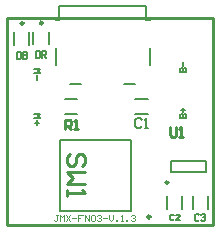
<source format=gto>
G04*
G04 #@! TF.GenerationSoftware,Altium Limited,Altium Designer,22.5.1 (42)*
G04*
G04 Layer_Color=65535*
%FSLAX44Y44*%
%MOMM*%
G71*
G04*
G04 #@! TF.SameCoordinates,58EBD81C-6F45-4402-977D-F62170CEE2AC*
G04*
G04*
G04 #@! TF.FilePolarity,Positive*
G04*
G01*
G75*
%ADD10C,0.2500*%
%ADD11C,0.2000*%
%ADD12C,0.1500*%
%ADD13C,0.2540*%
%ADD14C,0.1000*%
%ADD15C,0.1540*%
D10*
X121680Y6910D02*
G03*
X121680Y6910I-1250J0D01*
G01*
X30361Y171083D02*
G03*
X30361Y171083I-1250J0D01*
G01*
X14200Y170730D02*
G03*
X14200Y170730I-1250J0D01*
G01*
X136920Y36030D02*
G03*
X136920Y36030I-1250J0D01*
G01*
D11*
X44930Y11910D02*
X104930D01*
X44930Y71910D02*
X104930D01*
X44930Y11910D02*
Y71910D01*
X104930Y11910D02*
Y71910D01*
X22111Y153333D02*
Y163333D01*
X36111Y153333D02*
Y163333D01*
X6353Y151980D02*
Y162980D01*
X18950Y151980D02*
Y162980D01*
X135990Y13550D02*
Y24550D01*
X148490Y13550D02*
Y24550D01*
X108990Y94080D02*
X119990D01*
X108990Y106580D02*
X119990D01*
X157580Y13550D02*
Y24550D01*
X170080Y13550D02*
Y24550D01*
X49360Y106580D02*
X59860D01*
X49360Y94080D02*
X59860D01*
X138670Y45030D02*
Y54030D01*
X168670Y45030D02*
Y54030D01*
X138670Y45030D02*
X168670D01*
X138670Y54030D02*
X168670D01*
X24746Y146982D02*
Y141744D01*
X27365D01*
X28238Y142617D01*
Y146109D01*
X27365Y146982D01*
X24746D01*
X29984Y141744D02*
Y146982D01*
X32603D01*
X33476Y146109D01*
Y144363D01*
X32603Y143490D01*
X29984D01*
X31730D02*
X33476Y141744D01*
X8335Y146129D02*
Y140891D01*
X10954D01*
X11827Y141764D01*
Y145256D01*
X10954Y146129D01*
X8335D01*
X13573D02*
Y140891D01*
X16192D01*
X17065Y141764D01*
Y142637D01*
X16192Y143510D01*
X13573D01*
X16192D01*
X17065Y144383D01*
Y145256D01*
X16192Y146129D01*
X13573D01*
D12*
X53780Y119400D02*
X63280D01*
X99280D02*
X108780D01*
X41280Y135400D02*
Y149900D01*
X121280Y135400D02*
Y149900D01*
X41280Y173400D02*
X44280D01*
Y185400D01*
X118280D01*
Y173400D02*
Y185400D01*
Y173400D02*
X121280D01*
D13*
X0Y0D02*
Y175000D01*
X175000D01*
Y0D02*
Y175000D01*
X0Y0D02*
X175000D01*
X138178Y82739D02*
Y76074D01*
X139511Y74741D01*
X142177D01*
X143510Y76074D01*
Y82739D01*
X146176Y74741D02*
X148842D01*
X147509D01*
Y82739D01*
X146176Y81406D01*
X63498Y49528D02*
X66038Y52067D01*
Y57145D01*
X63498Y59684D01*
X60959D01*
X58420Y57145D01*
Y52067D01*
X55881Y49528D01*
X53342D01*
X50802Y52067D01*
Y57145D01*
X53342Y59684D01*
X66038Y44449D02*
X50802D01*
X55881Y39371D01*
X50802Y34292D01*
X66038D01*
X50802Y29214D02*
Y24136D01*
Y26675D01*
X66038D01*
X63498Y29214D01*
X49278Y81091D02*
Y89089D01*
X53277D01*
X54610Y87756D01*
Y85090D01*
X53277Y83757D01*
X49278D01*
X51944D02*
X54610Y81091D01*
X57276D02*
X59942D01*
X58609D01*
Y89089D01*
X57276Y87756D01*
D14*
X43200Y8386D02*
X41453D01*
X42326D01*
Y4021D01*
X41453Y3148D01*
X40580D01*
X39707Y4021D01*
X44946Y3148D02*
Y8386D01*
X46692Y6640D01*
X48438Y8386D01*
Y3148D01*
X50184Y8386D02*
X53676Y3148D01*
Y8386D02*
X50184Y3148D01*
X55422Y5767D02*
X58914D01*
X64153Y8386D02*
X60660D01*
Y5767D01*
X62407D01*
X60660D01*
Y3148D01*
X65899D02*
Y8386D01*
X69391Y3148D01*
Y8386D01*
X71137Y7513D02*
X72010Y8386D01*
X73756D01*
X74629Y7513D01*
Y4021D01*
X73756Y3148D01*
X72010D01*
X71137Y4021D01*
Y7513D01*
X76375D02*
X77248Y8386D01*
X78994D01*
X79868Y7513D01*
Y6640D01*
X78994Y5767D01*
X78121D01*
X78994D01*
X79868Y4894D01*
Y4021D01*
X78994Y3148D01*
X77248D01*
X76375Y4021D01*
X81614Y5767D02*
X85106D01*
X86852Y8386D02*
Y4894D01*
X88598Y3148D01*
X90344Y4894D01*
Y8386D01*
X92090Y3148D02*
Y4021D01*
X92963D01*
Y3148D01*
X92090D01*
X96455D02*
X98202D01*
X97329D01*
Y8386D01*
X96455Y7513D01*
X100821Y3148D02*
Y4021D01*
X101694D01*
Y3148D01*
X100821D01*
X105186Y7513D02*
X106059Y8386D01*
X107805D01*
X108678Y7513D01*
Y6640D01*
X107805Y5767D01*
X106932D01*
X107805D01*
X108678Y4894D01*
Y4021D01*
X107805Y3148D01*
X106059D01*
X105186Y4021D01*
D15*
X23130Y131810D02*
X28368D01*
X26622Y130064D01*
X28368Y128318D01*
X23130D01*
X25749Y126572D02*
Y123080D01*
X23130Y93710D02*
X28368D01*
X26622Y91964D01*
X28368Y90218D01*
X23130D01*
X25749Y88472D02*
Y84979D01*
X27495Y86726D02*
X24003D01*
X146658Y129513D02*
X151896D01*
Y132132D01*
X151023Y133005D01*
X150150D01*
X149277Y132132D01*
Y129513D01*
Y132132D01*
X148404Y133005D01*
X147531D01*
X146658Y132132D01*
Y129513D01*
X149277Y134751D02*
Y138244D01*
X146892Y90440D02*
X152130D01*
Y93059D01*
X151257Y93932D01*
X150384D01*
X149511Y93059D01*
Y90440D01*
Y93059D01*
X148638Y93932D01*
X147765D01*
X146892Y93059D01*
Y90440D01*
X149511Y95678D02*
Y99171D01*
X147765Y97424D02*
X151257D01*
X114300Y89026D02*
X112967Y90359D01*
X110301D01*
X108968Y89026D01*
Y83694D01*
X110301Y82361D01*
X112967D01*
X114300Y83694D01*
X116966Y82361D02*
X119632D01*
X118299D01*
Y90359D01*
X116966Y89026D01*
X162957Y8096D02*
X162084Y8969D01*
X160338D01*
X159465Y8096D01*
Y4604D01*
X160338Y3731D01*
X162084D01*
X162957Y4604D01*
X164703Y8096D02*
X165576Y8969D01*
X167322D01*
X168195Y8096D01*
Y7223D01*
X167322Y6350D01*
X166449D01*
X167322D01*
X168195Y5477D01*
Y4604D01*
X167322Y3731D01*
X165576D01*
X164703Y4604D01*
X141407Y8016D02*
X140574Y8849D01*
X138908D01*
X138075Y8016D01*
Y4684D01*
X138908Y3851D01*
X140574D01*
X141407Y4684D01*
X146405Y3851D02*
X143073D01*
X146405Y7183D01*
Y8016D01*
X145572Y8849D01*
X143906D01*
X143073Y8016D01*
M02*

</source>
